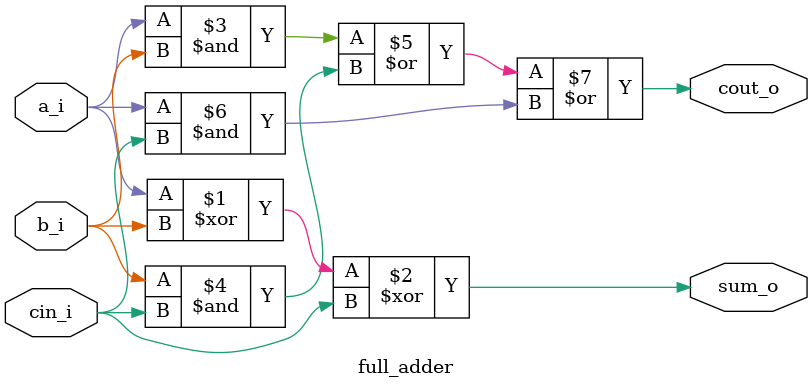
<source format=sv>
module full_adder (
    input  logic a_i    ,        
    input  logic b_i    ,        
    input  logic cin_i  ,      
    output logic sum_o  ,      
    output logic cout_o      
);

    // Sum = XOR of all three inputs
    assign sum_o  = a_i ^ b_i ^ cin_i;

    // Carry out = (a & b) OR (b & cin) OR (a & cin)
    assign cout_o = (a_i & b_i) | (b_i & cin_i) | (a_i & cin_i);

endmodule

</source>
